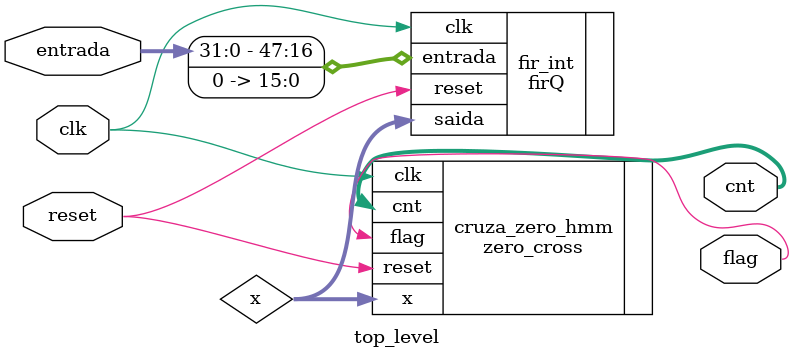
<source format=v>
module top_level (input clk,
						input reset,
						input signed [31:0] entrada,
						//output [31:0] x_filt,
						output flag,
						output [9:0] cnt
						);
	wire [31:0] x;
	//assign x_filt = x;
					
	zero_cross  cruza_zero_hmm	(.clk(clk),
										 .reset(reset),
										 .x(x),
										 .flag(flag),
										 .cnt(cnt)
										);
						
	firQ fir_int (	.clk(clk), 
						.reset(reset),
						.entrada({entrada, 16'd0}),
						.saida(x)
					 );
				
				
						
endmodule

</source>
